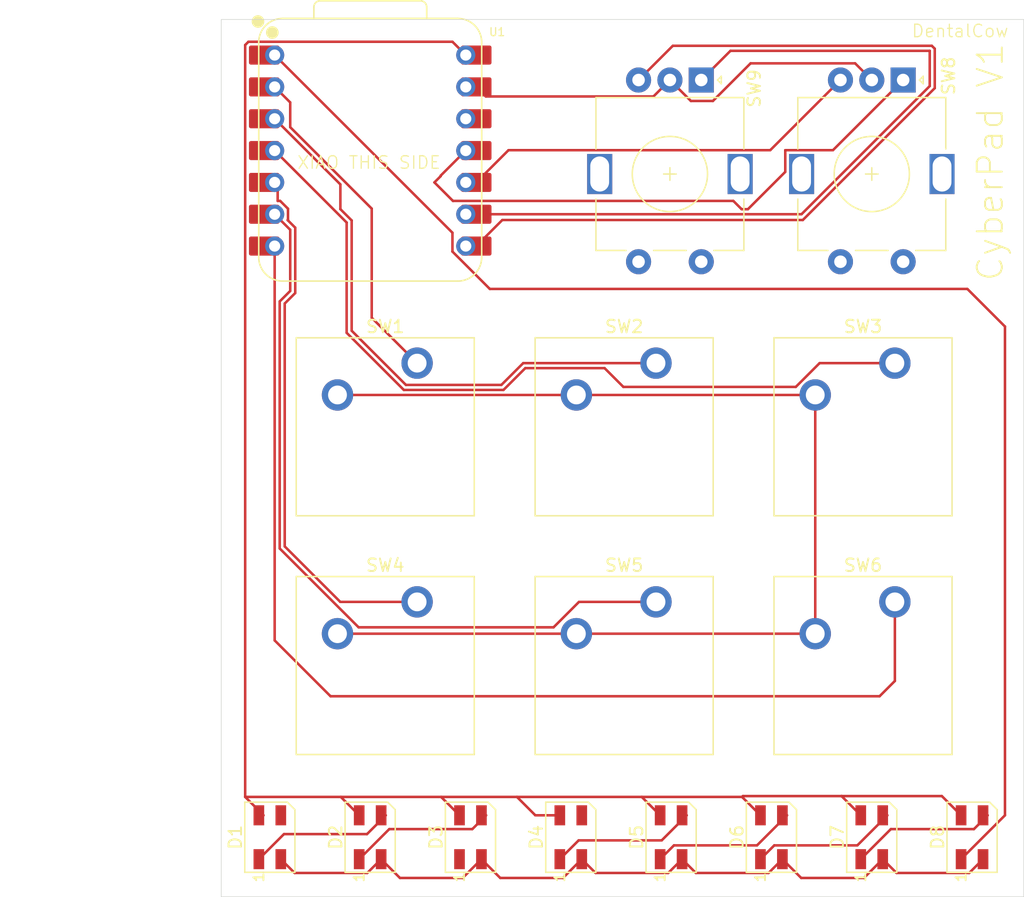
<source format=kicad_pcb>
(kicad_pcb (version 20241229) (generator "pcbnew") (generator_version "9.0")
  (layers (0 "F.Cu" signal) (2 "B.Cu" signal) (13 "F.Paste" user) (15 "B.Paste" user) (5 "F.SilkS" user "F.Silkscreen") (7 "B.SilkS" user "B.Silkscreen") (1 "F.Mask" user) (3 "B.Mask" user) (25 "Edge.Cuts" user))
  (net 0 "")
  (net 1 "+5V")
  (net 2 "GND")
  (net 3 "Net-(D1-DOUT)")
  (net 5 "Net-(D2-DOUT)")
  (net 6 "Net-(D3-DOUT)")
  (net 7 "Net-(D4-DOUT)")
  (net 8 "Net-(D5-DOUT)")
  (net 9 "Net-(D6-DOUT)")
  (net 10 "Net-(D7-DOUT)")
  (net 11 "Net-(D8-DOUT)")
  (net 12 "Net-(U1-GPIO27{slash}ADC1{slash}A1)")
  (net 13 "Net-(U1-GPIO28{slash}ADC2{slash}A2)")
  (net 14 "Net-(U1-GPIO29{slash}ADC3{slash}A3)")
  (net 15 "Net-(U1-GPIO6{slash}SDA)")
  (net 16 "Net-(U1-GPIO7{slash}SCL)")
  (net 17 "Net-(U1-GPIO0{slash}TX)")
  (net 18 "Net-(U1-GPIO3{slash}MOSI)")
  (net 19 "Net-(U1-GPIO4{slash}MISO)")
  (net 20 "Net-(U1-GPIO2{slash}SCK)")
  (net 21 "Net-(U1-GPIO1{slash}RX)")
  (footprint "PCM_Switch_Keyboard_Cherry_MX:SW_Cherry_MX_PCB_1.00u" (layer "F.Cu") (at 155.18 150.05)
    (property "Reference" "SW6" (at 0 -8 0) (layer "F.SilkS"))
    (property "Value" "SW_Push")
    (fp_line (start -7.1 -7.1) (end -7.1 7.1) (stroke (width 0.12)) (layer "F.SilkS"))
    (fp_line (start -7.1 7.1) (end 7.1 7.1) (stroke (width 0.12)) (layer "F.SilkS"))
    (fp_line (start 7.1 -7.1) (end -7.1 -7.1) (stroke (width 0.12)) (layer "F.SilkS"))
    (fp_line (start 7.1 7.1) (end 7.1 -7.1) (stroke (width 0.12)) (layer "F.SilkS"))
    (pad "" np_thru_hole circle (at -5.08 0) (size 1.75 1.75) (drill 1.75) (layers "*.Cu" "*.Mask"))
    (pad "" np_thru_hole circle (at 0 0) (size 4 4) (drill 4) (layers "*.Cu" "*.Mask"))
    (pad "" np_thru_hole circle (at 5.08 0) (size 1.75 1.75) (drill 1.75) (layers "*.Cu" "*.Mask"))
    (pad "1" thru_hole circle (at -3.81 -2.54) (size 2.5 2.5) (drill 1.5) (layers "*.Cu" "*.Mask") (net 2 "GND"))
    (pad "2" thru_hole circle (at 2.54 -5.08) (size 2.5 2.5) (drill 1.5) (layers "*.Cu" "*.Mask") (net 17 "Net-(U1-GPIO0{slash}TX)"))
  )
  (footprint "PCM_Switch_Keyboard_Cherry_MX:SW_Cherry_MX_PCB_1.00u" (layer "F.Cu") (at 136.13 131)
    (property "Reference" "SW2" (at 0 -8 0) (layer "F.SilkS"))
    (property "Value" "SW_Push")
    (fp_line (start -7.1 -7.1) (end -7.1 7.1) (stroke (width 0.12)) (layer "F.SilkS"))
    (fp_line (start -7.1 7.1) (end 7.1 7.1) (stroke (width 0.12)) (layer "F.SilkS"))
    (fp_line (start 7.1 -7.1) (end -7.1 -7.1) (stroke (width 0.12)) (layer "F.SilkS"))
    (fp_line (start 7.1 7.1) (end 7.1 -7.1) (stroke (width 0.12)) (layer "F.SilkS"))
    (pad "" np_thru_hole circle (at -5.08 0) (size 1.75 1.75) (drill 1.75) (layers "*.Cu" "*.Mask"))
    (pad "" np_thru_hole circle (at 0 0) (size 4 4) (drill 4) (layers "*.Cu" "*.Mask"))
    (pad "" np_thru_hole circle (at 5.08 0) (size 1.75 1.75) (drill 1.75) (layers "*.Cu" "*.Mask"))
    (pad "1" thru_hole circle (at -3.81 -2.54) (size 2.5 2.5) (drill 1.5) (layers "*.Cu" "*.Mask") (net 2 "GND"))
    (pad "2" thru_hole circle (at 2.54 -5.08) (size 2.5 2.5) (drill 1.5) (layers "*.Cu" "*.Mask") (net 13 "Net-(U1-GPIO28{slash}ADC2{slash}A2)"))
  )
  (footprint "LED_SMD:LED_SK6812MINI_PLCC4_3.5x3.5mm_P1.75mm" (layer "F.Cu") (at 131.875 163.75 90)
    (property "Reference" "D4" (at 0 -2.75 90) (layer "F.SilkS"))
    (property "Value" "SK6812MINI")
    (fp_line (start -2.8 -2) (end 2.8 -2) (stroke (width 0.12)) (layer "F.SilkS"))
    (fp_line (start -2.8 -2) (end -2.8 2) (stroke (width 0.12)) (layer "F.SilkS"))
    (fp_line (start 2.8 1.4) (end 2.8 -2) (stroke (width 0.12)) (layer "F.SilkS"))
    (fp_line (start 2.8 1.4) (end 2.2 2) (stroke (width 0.12)) (layer "F.SilkS"))
    (fp_line (start -2.8 2) (end 2.2 2) (stroke (width 0.12)) (layer "F.SilkS"))
    (fp_text user "1" (at -3.2 -0.875 90) (layer "F.SilkS") (effects (font (size 0.8 0.8))))
    (pad "1" smd rect (at -1.75 -0.875 90) (size 1.6 0.85) (layers "F.Cu" "F.Mask" "F.Paste") (net 7 "Net-(D4-DOUT)"))
    (pad "2" smd rect (at -1.75 0.875 90) (size 1.6 0.85) (layers "F.Cu" "F.Mask" "F.Paste") (net 2 "GND"))
    (pad "3" smd rect (at 1.75 0.875 90) (size 1.6 0.85) (layers "F.Cu" "F.Mask" "F.Paste") (net 6 "Net-(D3-DOUT)"))
    (pad "4" smd rect (at 1.75 -0.875 90) (size 1.6 0.85) (layers "F.Cu" "F.Mask" "F.Paste") (net 1 "+5V"))
  )
  (footprint "LED_SMD:LED_SK6812MINI_PLCC4_3.5x3.5mm_P1.75mm" (layer "F.Cu") (at 123.875 163.75 90)
    (property "Reference" "D3" (at 0 -2.75 90) (layer "F.SilkS"))
    (property "Value" "SK6812MINI")
    (fp_line (start -2.8 -2) (end 2.8 -2) (stroke (width 0.12)) (layer "F.SilkS"))
    (fp_line (start -2.8 -2) (end -2.8 2) (stroke (width 0.12)) (layer "F.SilkS"))
    (fp_line (start 2.8 1.4) (end 2.8 -2) (stroke (width 0.12)) (layer "F.SilkS"))
    (fp_line (start 2.8 1.4) (end 2.2 2) (stroke (width 0.12)) (layer "F.SilkS"))
    (fp_line (start -2.8 2) (end 2.2 2) (stroke (width 0.12)) (layer "F.SilkS"))
    (fp_text user "1" (at -3.2 -0.875 90) (layer "F.SilkS") (effects (font (size 0.8 0.8))))
    (pad "1" smd rect (at -1.75 -0.875 90) (size 1.6 0.85) (layers "F.Cu" "F.Mask" "F.Paste") (net 6 "Net-(D3-DOUT)"))
    (pad "2" smd rect (at -1.75 0.875 90) (size 1.6 0.85) (layers "F.Cu" "F.Mask" "F.Paste") (net 2 "GND"))
    (pad "3" smd rect (at 1.75 0.875 90) (size 1.6 0.85) (layers "F.Cu" "F.Mask" "F.Paste") (net 5 "Net-(D2-DOUT)"))
    (pad "4" smd rect (at 1.75 -0.875 90) (size 1.6 0.85) (layers "F.Cu" "F.Mask" "F.Paste") (net 1 "+5V"))
  )
  (footprint "LED_SMD:LED_SK6812MINI_PLCC4_3.5x3.5mm_P1.75mm" (layer "F.Cu") (at 115.875 163.75 90)
    (property "Reference" "D2" (at 0 -2.75 90) (layer "F.SilkS"))
    (property "Value" "SK6812MINI")
    (fp_line (start -2.8 -2) (end 2.8 -2) (stroke (width 0.12)) (layer "F.SilkS"))
    (fp_line (start -2.8 -2) (end -2.8 2) (stroke (width 0.12)) (layer "F.SilkS"))
    (fp_line (start 2.8 1.4) (end 2.8 -2) (stroke (width 0.12)) (layer "F.SilkS"))
    (fp_line (start 2.8 1.4) (end 2.2 2) (stroke (width 0.12)) (layer "F.SilkS"))
    (fp_line (start -2.8 2) (end 2.2 2) (stroke (width 0.12)) (layer "F.SilkS"))
    (fp_text user "1" (at -3.2 -0.875 90) (layer "F.SilkS") (effects (font (size 0.8 0.8))))
    (pad "1" smd rect (at -1.75 -0.875 90) (size 1.6 0.85) (layers "F.Cu" "F.Mask" "F.Paste") (net 5 "Net-(D2-DOUT)"))
    (pad "2" smd rect (at -1.75 0.875 90) (size 1.6 0.85) (layers "F.Cu" "F.Mask" "F.Paste") (net 2 "GND"))
    (pad "3" smd rect (at 1.75 0.875 90) (size 1.6 0.85) (layers "F.Cu" "F.Mask" "F.Paste") (net 3 "Net-(D1-DOUT)"))
    (pad "4" smd rect (at 1.75 -0.875 90) (size 1.6 0.85) (layers "F.Cu" "F.Mask" "F.Paste") (net 1 "+5V"))
  )
  (footprint "Rotary_Encoder:RotaryEncoder_Alps_EC11E-Switch_Vertical_H20mm" (layer "F.Cu") (at 142.28 103.33 -90)
    (property "Reference" "SW9" (at 0.67 -4.22 90) (layer "F.SilkS"))
    (property "Value" "RotaryEncoder")
    (fp_line (start 5.5 8.4) (end 1.4 8.4) (stroke (width 0.12)) (layer "F.SilkS"))
    (fp_line (start 13.6 8.4) (end 9.5 8.4) (stroke (width 0.12)) (layer "F.SilkS"))
    (fp_line (start 13.6 6) (end 13.6 8.4) (stroke (width 0.12)) (layer "F.SilkS"))
    (fp_line (start 7 2.5) (end 8 2.5) (stroke (width 0.12)) (layer "F.SilkS"))
    (fp_line (start 7.5 2) (end 7.5 3) (stroke (width 0.12)) (layer "F.SilkS"))
    (fp_line (start 13.6 1.2) (end 13.6 3.8) (stroke (width 0.12)) (layer "F.SilkS"))
    (fp_line (start 0 -1.3) (end -0.3 -1.6) (stroke (width 0.12)) (layer "F.SilkS"))
    (fp_line (start -0.3 -1.6) (end 0.3 -1.6) (stroke (width 0.12)) (layer "F.SilkS"))
    (fp_line (start 0.3 -1.6) (end 0 -1.3) (stroke (width 0.12)) (layer "F.SilkS"))
    (fp_line (start 1.4 -3.4) (end 1.4 8.4) (stroke (width 0.12)) (layer "F.SilkS"))
    (fp_line (start 5.5 -3.4) (end 1.4 -3.4) (stroke (width 0.12)) (layer "F.SilkS"))
    (fp_line (start 9.5 -3.4) (end 13.6 -3.4) (stroke (width 0.12)) (layer "F.SilkS"))
    (fp_line (start 13.6 -3.4) (end 13.6 -1) (stroke (width 0.12)) (layer "F.SilkS"))
    (fp_circle (center 7.5 2.5) (end 10.5 2.5) (stroke (width 0.12)) (fill no) (layer "F.SilkS"))
    (pad "A" thru_hole rect (at 0 0 270) (size 2 2) (drill 1) (layers "*.Cu" "*.Mask") (net 20 "Net-(U1-GPIO2{slash}SCK)"))
    (pad "B" thru_hole circle (at 0 5 270) (size 2 2) (drill 1) (layers "*.Cu" "*.Mask") (net 21 "Net-(U1-GPIO1{slash}RX)"))
    (pad "C" thru_hole circle (at 0 2.5 270) (size 2 2) (drill 1) (layers "*.Cu" "*.Mask") (net 2 "GND"))
    (pad "MP" thru_hole rect (at 7.5 -3.1 270) (size 3.2 2) (drill oval 2.8 1.5) (layers "*.Cu" "*.Mask"))
    (pad "MP" thru_hole rect (at 7.5 8.1 270) (size 3.2 2) (drill oval 2.8 1.5) (layers "*.Cu" "*.Mask"))
    (pad "S1" thru_hole circle (at 14.5 5 270) (size 2 2) (drill 1) (layers "*.Cu" "*.Mask"))
    (pad "S2" thru_hole circle (at 14.5 0 270) (size 2 2) (drill 1) (layers "*.Cu" "*.Mask"))
  )
  (footprint "LED_SMD:LED_SK6812MINI_PLCC4_3.5x3.5mm_P1.75mm" (layer "F.Cu") (at 147.875 163.75 90)
    (property "Reference" "D6" (at 0 -2.75 90) (layer "F.SilkS"))
    (property "Value" "SK6812MINI")
    (fp_line (start -2.8 -2) (end 2.8 -2) (stroke (width 0.12)) (layer "F.SilkS"))
    (fp_line (start -2.8 -2) (end -2.8 2) (stroke (width 0.12)) (layer "F.SilkS"))
    (fp_line (start 2.8 1.4) (end 2.8 -2) (stroke (width 0.12)) (layer "F.SilkS"))
    (fp_line (start 2.8 1.4) (end 2.2 2) (stroke (width 0.12)) (layer "F.SilkS"))
    (fp_line (start -2.8 2) (end 2.2 2) (stroke (width 0.12)) (layer "F.SilkS"))
    (fp_text user "1" (at -3.2 -0.875 90) (layer "F.SilkS") (effects (font (size 0.8 0.8))))
    (pad "1" smd rect (at -1.75 -0.875 90) (size 1.6 0.85) (layers "F.Cu" "F.Mask" "F.Paste") (net 9 "Net-(D6-DOUT)"))
    (pad "2" smd rect (at -1.75 0.875 90) (size 1.6 0.85) (layers "F.Cu" "F.Mask" "F.Paste") (net 2 "GND"))
    (pad "3" smd rect (at 1.75 0.875 90) (size 1.6 0.85) (layers "F.Cu" "F.Mask" "F.Paste") (net 8 "Net-(D5-DOUT)"))
    (pad "4" smd rect (at 1.75 -0.875 90) (size 1.6 0.85) (layers "F.Cu" "F.Mask" "F.Paste") (net 1 "+5V"))
  )
  (footprint "LED_SMD:LED_SK6812MINI_PLCC4_3.5x3.5mm_P1.75mm" (layer "F.Cu") (at 107.875 163.75 90)
    (property "Reference" "D1" (at 0 -2.75 90) (layer "F.SilkS"))
    (property "Value" "SK6812MINI")
    (fp_line (start -2.8 -2) (end 2.8 -2) (stroke (width 0.12)) (layer "F.SilkS"))
    (fp_line (start -2.8 -2) (end -2.8 2) (stroke (width 0.12)) (layer "F.SilkS"))
    (fp_line (start 2.8 1.4) (end 2.8 -2) (stroke (width 0.12)) (layer "F.SilkS"))
    (fp_line (start 2.8 1.4) (end 2.2 2) (stroke (width 0.12)) (layer "F.SilkS"))
    (fp_line (start -2.8 2) (end 2.2 2) (stroke (width 0.12)) (layer "F.SilkS"))
    (fp_text user "1" (at -3.2 -0.875 90) (layer "F.SilkS") (effects (font (size 0.8 0.8))))
    (pad "1" smd rect (at -1.75 -0.875 90) (size 1.6 0.85) (layers "F.Cu" "F.Mask" "F.Paste") (net 3 "Net-(D1-DOUT)"))
    (pad "2" smd rect (at -1.75 0.875 90) (size 1.6 0.85) (layers "F.Cu" "F.Mask" "F.Paste") (net 2 "GND"))
    (pad "3" smd rect (at 1.75 0.875 90) (size 1.6 0.85) (layers "F.Cu" "F.Mask" "F.Paste"))
    (pad "4" smd rect (at 1.75 -0.875 90) (size 1.6 0.85) (layers "F.Cu" "F.Mask" "F.Paste") (net 1 "+5V"))
  )
  (footprint "Seeed Studio XIAO Series Library:XIAO-RP2040-DIP" (layer "F.Cu") (at 115.88 108.96)
    (property "Reference" "U1" (at 10.12 -9.46 0) (layer "F.SilkS") (effects (font (size 0.635 0.635) (thickness 0.1016))))
    (property "Value" "XIAO-RP2040-DIP")
    (fp_line (start -8.89 8.509) (end -8.89 -8.636) (stroke (width 0.127)) (layer "F.SilkS"))
    (fp_line (start -6.985 10.414) (end 6.985 10.414) (stroke (width 0.127)) (layer "F.SilkS"))
    (fp_line (start -4.495 -10.541) (end -4.491272 -11.451272) (stroke (width 0.127)) (layer "F.SilkS"))
    (fp_line (start -3.991272 -11.951) (end 4.004 -11.951) (stroke (width 0.127)) (layer "F.SilkS"))
    (fp_line (start 4.504 -11.451) (end 4.504 -10.541) (stroke (width 0.127)) (layer "F.SilkS"))
    (fp_line (start 6.985 -10.541) (end -6.985 -10.541) (stroke (width 0.1)) (layer "F.SilkS"))
    (fp_line (start 6.985 -10.541) (end -6.985 -10.541) (stroke (width 0.127)) (layer "F.SilkS"))
    (fp_line (start 8.89 8.509) (end 8.89 -8.636) (stroke (width 0.127)) (layer "F.SilkS"))
    (fp_arc (start -8.89 -8.636) (mid -8.332038 -9.983038) (end -6.985 -10.541) (stroke (width 0.127)) (layer "F.SilkS"))
    (fp_arc (start -6.985 10.414) (mid -8.332038 9.856038) (end -8.89 8.509) (stroke (width 0.127)) (layer "F.SilkS"))
    (fp_arc (start -4.491272 -11.451272) (mid -4.344728 -11.80464) (end -3.991272 -11.951) (stroke (width 0.127)) (layer "F.SilkS"))
    (fp_arc (start 4.004 -11.951) (mid 4.357553 -11.804553) (end 4.504 -11.451) (stroke (width 0.127)) (layer "F.SilkS"))
    (fp_arc (start 6.985 -10.541) (mid 8.332038 -9.983038) (end 8.89 -8.636) (stroke (width 0.127)) (layer "F.SilkS"))
    (fp_arc (start 8.89 8.509) (mid 8.332038 9.856038) (end 6.985 10.414) (stroke (width 0.127)) (layer "F.SilkS"))
    (fp_circle (center -8.95 -10.3) (end -8.95 -10.554) (stroke (width 0.5)) (fill yes) (layer "F.SilkS"))
    (fp_circle (center -7.807 -9.42) (end -7.807 -9.674) (stroke (width 0.5)) (fill yes) (layer "F.SilkS"))
    (pad "1" smd roundrect (at -8.455 -7.62 180) (size 2.432 1.524) (layers "F.Cu" "F.Mask") (roundrect_rratio 0.1) (net 11 "Net-(D8-DOUT)"))
    (pad "1" thru_hole circle (at -7.62 -7.62 180) (size 1.524 1.524) (drill 0.889) (layers "*.Cu" "*.Mask") (net 11 "Net-(D8-DOUT)"))
    (pad "2" smd roundrect (at -8.455 -5.08 180) (size 2.432 1.524) (layers "F.Cu" "F.Mask") (roundrect_rratio 0.1) (net 12 "Net-(U1-GPIO27{slash}ADC1{slash}A1)"))
    (pad "2" thru_hole circle (at -7.62 -5.08 180) (size 1.524 1.524) (drill 0.889) (layers "*.Cu" "*.Mask") (net 12 "Net-(U1-GPIO27{slash}ADC1{slash}A1)"))
    (pad "3" smd roundrect (at -8.455 -2.54 180) (size 2.432 1.524) (layers "F.Cu" "F.Mask") (roundrect_rratio 0.1) (net 13 "Net-(U1-GPIO28{slash}ADC2{slash}A2)"))
    (pad "3" thru_hole circle (at -7.62 -2.54 180) (size 1.524 1.524) (drill 0.889) (layers "*.Cu" "*.Mask") (net 13 "Net-(U1-GPIO28{slash}ADC2{slash}A2)"))
    (pad "4" smd roundrect (at -8.455 0 180) (size 2.432 1.524) (layers "F.Cu" "F.Mask") (roundrect_rratio 0.1) (net 14 "Net-(U1-GPIO29{slash}ADC3{slash}A3)"))
    (pad "4" thru_hole circle (at -7.62 0 180) (size 1.524 1.524) (drill 0.889) (layers "*.Cu" "*.Mask") (net 14 "Net-(U1-GPIO29{slash}ADC3{slash}A3)"))
    (pad "5" smd roundrect (at -8.455 2.54 180) (size 2.432 1.524) (layers "F.Cu" "F.Mask") (roundrect_rratio 0.1) (net 15 "Net-(U1-GPIO6{slash}SDA)"))
    (pad "5" thru_hole circle (at -7.62 2.54 180) (size 1.524 1.524) (drill 0.889) (layers "*.Cu" "*.Mask") (net 15 "Net-(U1-GPIO6{slash}SDA)"))
    (pad "6" smd roundrect (at -8.455 5.08 180) (size 2.432 1.524) (layers "F.Cu" "F.Mask") (roundrect_rratio 0.1) (net 16 "Net-(U1-GPIO7{slash}SCL)"))
    (pad "6" thru_hole circle (at -7.62 5.08 180) (size 1.524 1.524) (drill 0.889) (layers "*.Cu" "*.Mask") (net 16 "Net-(U1-GPIO7{slash}SCL)"))
    (pad "7" smd roundrect (at -8.455 7.62 180) (size 2.432 1.524) (layers "F.Cu" "F.Mask") (roundrect_rratio 0.1) (net 17 "Net-(U1-GPIO0{slash}TX)"))
    (pad "7" thru_hole circle (at -7.62 7.62 180) (size 1.524 1.524) (drill 0.889) (layers "*.Cu" "*.Mask") (net 17 "Net-(U1-GPIO0{slash}TX)"))
    (pad "8" thru_hole circle (at 7.62 7.62) (size 1.524 1.524) (drill 0.889) (layers "*.Cu" "*.Mask") (net 21 "Net-(U1-GPIO1{slash}RX)"))
    (pad "8" smd roundrect (at 8.455 7.62) (size 2.432 1.524) (layers "F.Cu" "F.Mask") (roundrect_rratio 0.1) (net 21 "Net-(U1-GPIO1{slash}RX)"))
    (pad "9" thru_hole circle (at 7.62 5.08) (size 1.524 1.524) (drill 0.889) (layers "*.Cu" "*.Mask") (net 20 "Net-(U1-GPIO2{slash}SCK)"))
    (pad "9" smd roundrect (at 8.455 5.08) (size 2.432 1.524) (layers "F.Cu" "F.Mask") (roundrect_rratio 0.1) (net 20 "Net-(U1-GPIO2{slash}SCK)"))
    (pad "10" thru_hole circle (at 7.62 2.54) (size 1.524 1.524) (drill 0.889) (layers "*.Cu" "*.Mask") (net 19 "Net-(U1-GPIO4{slash}MISO)"))
    (pad "10" smd roundrect (at 8.455 2.54) (size 2.432 1.524) (layers "F.Cu" "F.Mask") (roundrect_rratio 0.1) (net 19 "Net-(U1-GPIO4{slash}MISO)"))
    (pad "11" thru_hole circle (at 7.62 0) (size 1.524 1.524) (drill 0.889) (layers "*.Cu" "*.Mask") (net 18 "Net-(U1-GPIO3{slash}MOSI)"))
    (pad "11" smd roundrect (at 8.455 0) (size 2.432 1.524) (layers "F.Cu" "F.Mask") (roundrect_rratio 0.1) (net 18 "Net-(U1-GPIO3{slash}MOSI)"))
    (pad "12" thru_hole circle (at 7.62 -2.54) (size 1.524 1.524) (drill 0.889) (layers "*.Cu" "*.Mask"))
    (pad "12" smd roundrect (at 8.455 -2.54) (size 2.432 1.524) (layers "F.Cu" "F.Mask") (roundrect_rratio 0.1))
    (pad "13" thru_hole circle (at 7.62 -5.08) (size 1.524 1.524) (drill 0.889) (layers "*.Cu" "*.Mask") (net 2 "GND"))
    (pad "13" smd roundrect (at 8.455 -5.08) (size 2.432 1.524) (layers "F.Cu" "F.Mask") (roundrect_rratio 0.1) (net 2 "GND"))
    (pad "14" thru_hole circle (at 7.62 -7.62) (size 1.524 1.524) (drill 0.889) (layers "*.Cu" "*.Mask") (net 1 "+5V"))
    (pad "14" smd roundrect (at 8.455 -7.62) (size 2.432 1.524) (layers "F.Cu" "F.Mask") (roundrect_rratio 0.1) (net 1 "+5V"))
  )
  (footprint "LED_SMD:LED_SK6812MINI_PLCC4_3.5x3.5mm_P1.75mm" (layer "F.Cu") (at 163.875 163.75 90)
    (property "Reference" "D8" (at 0 -2.75 90) (layer "F.SilkS"))
    (property "Value" "SK6812MINI")
    (fp_line (start -2.8 -2) (end 2.8 -2) (stroke (width 0.12)) (layer "F.SilkS"))
    (fp_line (start -2.8 -2) (end -2.8 2) (stroke (width 0.12)) (layer "F.SilkS"))
    (fp_line (start 2.8 1.4) (end 2.8 -2) (stroke (width 0.12)) (layer "F.SilkS"))
    (fp_line (start 2.8 1.4) (end 2.2 2) (stroke (width 0.12)) (layer "F.SilkS"))
    (fp_line (start -2.8 2) (end 2.2 2) (stroke (width 0.12)) (layer "F.SilkS"))
    (fp_text user "1" (at -3.2 -0.875 90) (layer "F.SilkS") (effects (font (size 0.8 0.8))))
    (pad "1" smd rect (at -1.75 -0.875 90) (size 1.6 0.85) (layers "F.Cu" "F.Mask" "F.Paste") (net 11 "Net-(D8-DOUT)"))
    (pad "2" smd rect (at -1.75 0.875 90) (size 1.6 0.85) (layers "F.Cu" "F.Mask" "F.Paste") (net 2 "GND"))
    (pad "3" smd rect (at 1.75 0.875 90) (size 1.6 0.85) (layers "F.Cu" "F.Mask" "F.Paste") (net 10 "Net-(D7-DOUT)"))
    (pad "4" smd rect (at 1.75 -0.875 90) (size 1.6 0.85) (layers "F.Cu" "F.Mask" "F.Paste") (net 1 "+5V"))
  )
  (footprint "PCM_Switch_Keyboard_Cherry_MX:SW_Cherry_MX_PCB_1.00u" (layer "F.Cu") (at 155.18 131)
    (property "Reference" "SW3" (at 0 -8 0) (layer "F.SilkS"))
    (property "Value" "SW_Push")
    (fp_line (start -7.1 -7.1) (end -7.1 7.1) (stroke (width 0.12)) (layer "F.SilkS"))
    (fp_line (start -7.1 7.1) (end 7.1 7.1) (stroke (width 0.12)) (layer "F.SilkS"))
    (fp_line (start 7.1 -7.1) (end -7.1 -7.1) (stroke (width 0.12)) (layer "F.SilkS"))
    (fp_line (start 7.1 7.1) (end 7.1 -7.1) (stroke (width 0.12)) (layer "F.SilkS"))
    (pad "" np_thru_hole circle (at -5.08 0) (size 1.75 1.75) (drill 1.75) (layers "*.Cu" "*.Mask"))
    (pad "" np_thru_hole circle (at 0 0) (size 4 4) (drill 4) (layers "*.Cu" "*.Mask"))
    (pad "" np_thru_hole circle (at 5.08 0) (size 1.75 1.75) (drill 1.75) (layers "*.Cu" "*.Mask"))
    (pad "1" thru_hole circle (at -3.81 -2.54) (size 2.5 2.5) (drill 1.5) (layers "*.Cu" "*.Mask") (net 2 "GND"))
    (pad "2" thru_hole circle (at 2.54 -5.08) (size 2.5 2.5) (drill 1.5) (layers "*.Cu" "*.Mask") (net 14 "Net-(U1-GPIO29{slash}ADC3{slash}A3)"))
  )
  (footprint "LED_SMD:LED_SK6812MINI_PLCC4_3.5x3.5mm_P1.75mm" (layer "F.Cu") (at 155.875 163.75 90)
    (property "Reference" "D7" (at 0 -2.75 90) (layer "F.SilkS"))
    (property "Value" "SK6812MINI")
    (fp_line (start -2.8 -2) (end 2.8 -2) (stroke (width 0.12)) (layer "F.SilkS"))
    (fp_line (start -2.8 -2) (end -2.8 2) (stroke (width 0.12)) (layer "F.SilkS"))
    (fp_line (start 2.8 1.4) (end 2.8 -2) (stroke (width 0.12)) (layer "F.SilkS"))
    (fp_line (start 2.8 1.4) (end 2.2 2) (stroke (width 0.12)) (layer "F.SilkS"))
    (fp_line (start -2.8 2) (end 2.2 2) (stroke (width 0.12)) (layer "F.SilkS"))
    (fp_text user "1" (at -3.2 -0.875 90) (layer "F.SilkS") (effects (font (size 0.8 0.8))))
    (pad "1" smd rect (at -1.75 -0.875 90) (size 1.6 0.85) (layers "F.Cu" "F.Mask" "F.Paste") (net 10 "Net-(D7-DOUT)"))
    (pad "2" smd rect (at -1.75 0.875 90) (size 1.6 0.85) (layers "F.Cu" "F.Mask" "F.Paste") (net 2 "GND"))
    (pad "3" smd rect (at 1.75 0.875 90) (size 1.6 0.85) (layers "F.Cu" "F.Mask" "F.Paste") (net 9 "Net-(D6-DOUT)"))
    (pad "4" smd rect (at 1.75 -0.875 90) (size 1.6 0.85) (layers "F.Cu" "F.Mask" "F.Paste") (net 1 "+5V"))
  )
  (footprint "PCM_Switch_Keyboard_Cherry_MX:SW_Cherry_MX_PCB_1.00u" (layer "F.Cu") (at 117.08 150.05)
    (property "Reference" "SW4" (at 0 -8 0) (layer "F.SilkS"))
    (property "Value" "SW_Push")
    (fp_line (start -7.1 -7.1) (end -7.1 7.1) (stroke (width 0.12)) (layer "F.SilkS"))
    (fp_line (start -7.1 7.1) (end 7.1 7.1) (stroke (width 0.12)) (layer "F.SilkS"))
    (fp_line (start 7.1 -7.1) (end -7.1 -7.1) (stroke (width 0.12)) (layer "F.SilkS"))
    (fp_line (start 7.1 7.1) (end 7.1 -7.1) (stroke (width 0.12)) (layer "F.SilkS"))
    (pad "" np_thru_hole circle (at -5.08 0) (size 1.75 1.75) (drill 1.75) (layers "*.Cu" "*.Mask"))
    (pad "" np_thru_hole circle (at 0 0) (size 4 4) (drill 4) (layers "*.Cu" "*.Mask"))
    (pad "" np_thru_hole circle (at 5.08 0) (size 1.75 1.75) (drill 1.75) (layers "*.Cu" "*.Mask"))
    (pad "1" thru_hole circle (at -3.81 -2.54) (size 2.5 2.5) (drill 1.5) (layers "*.Cu" "*.Mask") (net 2 "GND"))
    (pad "2" thru_hole circle (at 2.54 -5.08) (size 2.5 2.5) (drill 1.5) (layers "*.Cu" "*.Mask") (net 15 "Net-(U1-GPIO6{slash}SDA)"))
  )
  (footprint "Rotary_Encoder:RotaryEncoder_Alps_EC11E-Switch_Vertical_H20mm" (layer "F.Cu") (at 158.38 103.33 -90)
    (property "Reference" "SW8" (at -0.33 -3.62 90) (layer "F.SilkS"))
    (property "Value" "RotaryEncoder")
    (fp_line (start 5.5 8.4) (end 1.4 8.4) (stroke (width 0.12)) (layer "F.SilkS"))
    (fp_line (start 13.6 8.4) (end 9.5 8.4) (stroke (width 0.12)) (layer "F.SilkS"))
    (fp_line (start 13.6 6) (end 13.6 8.4) (stroke (width 0.12)) (layer "F.SilkS"))
    (fp_line (start 7 2.5) (end 8 2.5) (stroke (width 0.12)) (layer "F.SilkS"))
    (fp_line (start 7.5 2) (end 7.5 3) (stroke (width 0.12)) (layer "F.SilkS"))
    (fp_line (start 13.6 1.2) (end 13.6 3.8) (stroke (width 0.12)) (layer "F.SilkS"))
    (fp_line (start 0 -1.3) (end -0.3 -1.6) (stroke (width 0.12)) (layer "F.SilkS"))
    (fp_line (start -0.3 -1.6) (end 0.3 -1.6) (stroke (width 0.12)) (layer "F.SilkS"))
    (fp_line (start 0.3 -1.6) (end 0 -1.3) (stroke (width 0.12)) (layer "F.SilkS"))
    (fp_line (start 1.4 -3.4) (end 1.4 8.4) (stroke (width 0.12)) (layer "F.SilkS"))
    (fp_line (start 5.5 -3.4) (end 1.4 -3.4) (stroke (width 0.12)) (layer "F.SilkS"))
    (fp_line (start 9.5 -3.4) (end 13.6 -3.4) (stroke (width 0.12)) (layer "F.SilkS"))
    (fp_line (start 13.6 -3.4) (end 13.6 -1) (stroke (width 0.12)) (layer "F.SilkS"))
    (fp_circle (center 7.5 2.5) (end 10.5 2.5) (stroke (width 0.12)) (fill no) (layer "F.SilkS"))
    (pad "A" thru_hole rect (at 0 0 270) (size 2 2) (drill 1) (layers "*.Cu" "*.Mask") (net 18 "Net-(U1-GPIO3{slash}MOSI)"))
    (pad "B" thru_hole circle (at 0 5 270) (size 2 2) (drill 1) (layers "*.Cu" "*.Mask") (net 19 "Net-(U1-GPIO4{slash}MISO)"))
    (pad "C" thru_hole circle (at 0 2.5 270) (size 2 2) (drill 1) (layers "*.Cu" "*.Mask") (net 2 "GND"))
    (pad "MP" thru_hole rect (at 7.5 -3.1 270) (size 3.2 2) (drill oval 2.8 1.5) (layers "*.Cu" "*.Mask"))
    (pad "MP" thru_hole rect (at 7.5 8.1 270) (size 3.2 2) (drill oval 2.8 1.5) (layers "*.Cu" "*.Mask"))
    (pad "S1" thru_hole circle (at 14.5 5 270) (size 2 2) (drill 1) (layers "*.Cu" "*.Mask"))
    (pad "S2" thru_hole circle (at 14.5 0 270) (size 2 2) (drill 1) (layers "*.Cu" "*.Mask"))
  )
  (footprint "PCM_Switch_Keyboard_Cherry_MX:SW_Cherry_MX_PCB_1.00u" (layer "F.Cu") (at 136.13 150.05)
    (property "Reference" "SW5" (at 0 -8 0) (layer "F.SilkS"))
    (property "Value" "SW_Push")
    (fp_line (start -7.1 -7.1) (end -7.1 7.1) (stroke (width 0.12)) (layer "F.SilkS"))
    (fp_line (start -7.1 7.1) (end 7.1 7.1) (stroke (width 0.12)) (layer "F.SilkS"))
    (fp_line (start 7.1 -7.1) (end -7.1 -7.1) (stroke (width 0.12)) (layer "F.SilkS"))
    (fp_line (start 7.1 7.1) (end 7.1 -7.1) (stroke (width 0.12)) (layer "F.SilkS"))
    (pad "" np_thru_hole circle (at -5.08 0) (size 1.75 1.75) (drill 1.75) (layers "*.Cu" "*.Mask"))
    (pad "" np_thru_hole circle (at 0 0) (size 4 4) (drill 4) (layers "*.Cu" "*.Mask"))
    (pad "" np_thru_hole circle (at 5.08 0) (size 1.75 1.75) (drill 1.75) (layers "*.Cu" "*.Mask"))
    (pad "1" thru_hole circle (at -3.81 -2.54) (size 2.5 2.5) (drill 1.5) (layers "*.Cu" "*.Mask") (net 2 "GND"))
    (pad "2" thru_hole circle (at 2.54 -5.08) (size 2.5 2.5) (drill 1.5) (layers "*.Cu" "*.Mask") (net 16 "Net-(U1-GPIO7{slash}SCL)"))
  )
  (footprint "PCM_Switch_Keyboard_Cherry_MX:SW_Cherry_MX_PCB_1.00u" (layer "F.Cu") (at 117.08 131)
    (property "Reference" "SW1" (at 0 -8 0) (layer "F.SilkS"))
    (property "Value" "SW_Push")
    (fp_line (start -7.1 -7.1) (end -7.1 7.1) (stroke (width 0.12)) (layer "F.SilkS"))
    (fp_line (start -7.1 7.1) (end 7.1 7.1) (stroke (width 0.12)) (layer "F.SilkS"))
    (fp_line (start 7.1 -7.1) (end -7.1 -7.1) (stroke (width 0.12)) (layer "F.SilkS"))
    (fp_line (start 7.1 7.1) (end 7.1 -7.1) (stroke (width 0.12)) (layer "F.SilkS"))
    (pad "" np_thru_hole circle (at -5.08 0) (size 1.75 1.75) (drill 1.75) (layers "*.Cu" "*.Mask"))
    (pad "" np_thru_hole circle (at 0 0) (size 4 4) (drill 4) (layers "*.Cu" "*.Mask"))
    (pad "" np_thru_hole circle (at 5.08 0) (size 1.75 1.75) (drill 1.75) (layers "*.Cu" "*.Mask"))
    (pad "1" thru_hole circle (at -3.81 -2.54) (size 2.5 2.5) (drill 1.5) (layers "*.Cu" "*.Mask") (net 2 "GND"))
    (pad "2" thru_hole circle (at 2.54 -5.08) (size 2.5 2.5) (drill 1.5) (layers "*.Cu" "*.Mask") (net 12 "Net-(U1-GPIO27{slash}ADC1{slash}A1)"))
  )
  (footprint "LED_SMD:LED_SK6812MINI_PLCC4_3.5x3.5mm_P1.75mm" (layer "F.Cu") (at 139.875 163.75 90)
    (property "Reference" "D5" (at 0 -2.75 90) (layer "F.SilkS"))
    (property "Value" "SK6812MINI")
    (fp_line (start -2.8 -2) (end 2.8 -2) (stroke (width 0.12)) (layer "F.SilkS"))
    (fp_line (start -2.8 -2) (end -2.8 2) (stroke (width 0.12)) (layer "F.SilkS"))
    (fp_line (start 2.8 1.4) (end 2.8 -2) (stroke (width 0.12)) (layer "F.SilkS"))
    (fp_line (start 2.8 1.4) (end 2.2 2) (stroke (width 0.12)) (layer "F.SilkS"))
    (fp_line (start -2.8 2) (end 2.2 2) (stroke (width 0.12)) (layer "F.SilkS"))
    (fp_text user "1" (at -3.2 -0.875 90) (layer "F.SilkS") (effects (font (size 0.8 0.8))))
    (pad "1" smd rect (at -1.75 -0.875 90) (size 1.6 0.85) (layers "F.Cu" "F.Mask" "F.Paste") (net 8 "Net-(D5-DOUT)"))
    (pad "2" smd rect (at -1.75 0.875 90) (size 1.6 0.85) (layers "F.Cu" "F.Mask" "F.Paste") (net 2 "GND"))
    (pad "3" smd rect (at 1.75 0.875 90) (size 1.6 0.85) (layers "F.Cu" "F.Mask" "F.Paste") (net 7 "Net-(D4-DOUT)"))
    (pad "4" smd rect (at 1.75 -0.875 90) (size 1.6 0.85) (layers "F.Cu" "F.Mask" "F.Paste") (net 1 "+5V"))
  )
  (gr_rect (start 104 98.5) (end 168 168.5) (stroke (width 0.05)) (fill no) (layer "Edge.Cuts"))
  (gr_text "XIAO THIS SIDE" (at 110 110.5 0) (layer "F.SilkS") (effects (font (size 1 1) (thickness 0.1)) (justify left bottom)))
  (gr_text "CyberPad V1" (at 166.5 119.5 90) (layer "F.SilkS") (effects (font (size 2 2)) (justify left bottom)))
  (gr_text "DentalCow" (at 159 100 0) (layer "F.SilkS") (effects (font (size 1 1) (thickness 0.1)) (justify left bottom)))
  (segment (start 122.437 100.277) (end 106.169374 100.277) (width 0.2) (layer "F.Cu") (net 1))
  (segment (start 161.467 160.467) (end 163 162) (width 0.2) (layer "F.Cu") (net 1))
  (segment (start 145.599 160.467) (end 153.467 160.467) (width 0.2) (layer "F.Cu") (net 1))
  (segment (start 137.533 160.533) (end 139 162) (width 0.2) (layer "F.Cu") (net 1))
  (segment (start 127.581 160.533) (end 129.048 162) (width 0.2) (layer "F.Cu") (net 1))
  (segment (start 105.908 160.533) (end 113.533 160.533) (width 0.2) (layer "F.Cu") (net 1))
  (segment (start 121.533 160.533) (end 127.581 160.533) (width 0.2) (layer "F.Cu") (net 1))
  (segment (start 121.533 160.533) (end 123 162) (width 0.2) (layer "F.Cu") (net 1))
  (segment (start 127.581 160.533) (end 137.533 160.533) (width 0.2) (layer "F.Cu") (net 1))
  (segment (start 105.908 160.533) (end 107.375 162) (width 0.2) (layer "F.Cu") (net 1))
  (segment (start 153.467 160.467) (end 161.467 160.467) (width 0.2) (layer "F.Cu") (net 1))
  (segment (start 137.533 160.533) (end 145.533 160.533) (width 0.2) (layer "F.Cu") (net 1))
  (segment (start 123.5 101.34) (end 122.437 100.277) (width 0.2) (layer "F.Cu") (net 1))
  (segment (start 129.048 162) (end 131 162) (width 0.2) (layer "F.Cu") (net 1))
  (segment (start 145.533 160.533) (end 147 162) (width 0.2) (layer "F.Cu") (net 1))
  (segment (start 113.533 160.533) (end 115 162) (width 0.2) (layer "F.Cu") (net 1))
  (segment (start 145.533 160.533) (end 145.599 160.467) (width 0.2) (layer "F.Cu") (net 1))
  (segment (start 113.533 160.533) (end 121.533 160.533) (width 0.2) (layer "F.Cu") (net 1))
  (segment (start 153.467 160.467) (end 155 162) (width 0.2) (layer "F.Cu") (net 1))
  (segment (start 106.169374 100.277) (end 105.908 100.538374) (width 0.2) (layer "F.Cu") (net 1))
  (segment (start 105.908 100.538374) (end 105.908 160.533) (width 0.2) (layer "F.Cu") (net 1))
  (segment (start 126.25 167) (end 124.75 165.5) (width 0.2) (layer "F.Cu") (net 2))
  (segment (start 123.25 167) (end 118.25 167) (width 0.2) (layer "F.Cu") (net 2))
  (segment (start 147.649 166.601) (end 141.851 166.601) (width 0.2) (layer "F.Cu") (net 2))
  (segment (start 139.649 166.601) (end 133.851 166.601) (width 0.2) (layer "F.Cu") (net 2))
  (segment (start 124.75 165.5) (end 123.25 167) (width 0.2) (layer "F.Cu") (net 2))
  (segment (start 143.212 105) (end 141.45 105) (width 0.2) (layer "F.Cu") (net 2))
  (segment (start 132.75 165.5) (end 131.25 167) (width 0.2) (layer "F.Cu") (net 2))
  (segment (start 164.75 165.5) (end 163.649 166.601) (width 0.2) (layer "F.Cu") (net 2))
  (segment (start 163.649 166.601) (end 157.851 166.601) (width 0.2) (layer "F.Cu") (net 2))
  (segment (start 156.75 165.5) (end 155.25 167) (width 0.2) (layer "F.Cu") (net 2))
  (segment (start 154.55 102) (end 146.212 102) (width 0.2) (layer "F.Cu") (net 2))
  (segment (start 132.32 128.46) (end 113.27 128.46) (width 0.2) (layer "F.Cu") (net 2))
  (segment (start 141.45 105) (end 139.78 103.33) (width 0.2) (layer "F.Cu") (net 2))
  (segment (start 124.335 103.88) (end 125.097 104.642) (width 0.2) (layer "F.Cu") (net 2))
  (segment (start 151.37 128.46) (end 132.32 128.46) (width 0.2) (layer "F.Cu") (net 2))
  (segment (start 109.851 166.601) (end 108.75 165.5) (width 0.2) (layer "F.Cu") (net 2))
  (segment (start 155.25 167) (end 150.25 167) (width 0.2) (layer "F.Cu") (net 2))
  (segment (start 118.25 167) (end 116.75 165.5) (width 0.2) (layer "F.Cu") (net 2))
  (segment (start 116.75 165.5) (end 115.649 166.601) (width 0.2) (layer "F.Cu") (net 2))
  (segment (start 150.25 167) (end 148.75 165.5) (width 0.2) (layer "F.Cu") (net 2))
  (segment (start 157.851 166.601) (end 156.75 165.5) (width 0.2) (layer "F.Cu") (net 2))
  (segment (start 125.097 104.642) (end 138.468 104.642) (width 0.2) (layer "F.Cu") (net 2))
  (segment (start 140.75 165.5) (end 139.649 166.601) (width 0.2) (layer "F.Cu") (net 2))
  (segment (start 133.851 166.601) (end 132.75 165.5) (width 0.2) (layer "F.Cu") (net 2))
  (segment (start 155.88 103.33) (end 154.55 102) (width 0.2) (layer "F.Cu") (net 2))
  (segment (start 132.32 147.51) (end 151.37 147.51) (width 0.2) (layer "F.Cu") (net 2))
  (segment (start 151.37 147.51) (end 151.37 128.46) (width 0.2) (layer "F.Cu") (net 2))
  (segment (start 148.75 165.5) (end 147.649 166.601) (width 0.2) (layer "F.Cu") (net 2))
  (segment (start 131.25 167) (end 126.25 167) (width 0.2) (layer "F.Cu") (net 2))
  (segment (start 113.27 147.51) (end 132.32 147.51) (width 0.2) (layer "F.Cu") (net 2))
  (segment (start 138.468 104.642) (end 139.78 103.33) (width 0.2) (layer "F.Cu") (net 2))
  (segment (start 141.851 166.601) (end 140.75 165.5) (width 0.2) (layer "F.Cu") (net 2))
  (segment (start 146.212 102) (end 143.212 105) (width 0.2) (layer "F.Cu") (net 2))
  (segment (start 115.649 166.601) (end 109.851 166.601) (width 0.2) (layer "F.Cu") (net 2))
  (segment (start 109 163.5) (end 115.625 163.5) (width 0.2) (layer "F.Cu") (net 3))
  (segment (start 115.625 163.5) (end 117.125 162) (width 0.2) (layer "F.Cu") (net 3))
  (segment (start 107 165.5) (end 109 163.5) (width 0.2) (layer "F.Cu") (net 3))
  (segment (start 124.024 163.101) (end 117.399 163.101) (width 0.2) (layer "F.Cu") (net 5))
  (segment (start 117.399 163.101) (end 115 165.5) (width 0.2) (layer "F.Cu") (net 5))
  (segment (start 125.125 162) (end 124.024 163.101) (width 0.2) (layer "F.Cu") (net 5))
  (segment (start 139.125 164) (end 132.5 164) (width 0.2) (layer "F.Cu") (net 7))
  (segment (start 132.5 164) (end 131 165.5) (width 0.2) (layer "F.Cu") (net 7))
  (segment (start 141.125 162) (end 139.125 164) (width 0.2) (layer "F.Cu") (net 7))
  (segment (start 139 165.5) (end 140.101 164.399) (width 0.2) (layer "F.Cu") (net 8))
  (segment (start 146.726 164.399) (end 149.125 162) (width 0.2) (layer "F.Cu") (net 8))
  (segment (start 140.101 164.399) (end 146.726 164.399) (width 0.2) (layer "F.Cu") (net 8))
  (segment (start 154.726 164.399) (end 148.101 164.399) (width 0.2) (layer "F.Cu") (net 9))
  (segment (start 157.125 162) (end 154.726 164.399) (width 0.2) (layer "F.Cu") (net 9))
  (segment (start 148.101 164.399) (end 147 165.5) (width 0.2) (layer "F.Cu") (net 9))
  (segment (start 164.024 163.101) (end 157.399 163.101) (width 0.2) (layer "F.Cu") (net 10))
  (segment (start 165.125 162) (end 164.024 163.101) (width 0.2) (layer "F.Cu") (net 10))
  (segment (start 157.399 163.101) (end 155 165.5) (width 0.2) (layer "F.Cu") (net 10))
  (segment (start 125.41669 120) (end 163.5 120) (width 0.2) (layer "F.Cu") (net 11))
  (segment (start 166.5 123) (end 166.5 162) (width 0.2) (layer "F.Cu") (net 11))
  (segment (start 163.5 120) (end 166.5 123) (width 0.2) (layer "F.Cu") (net 11))
  (segment (start 166.5 162) (end 163 165.5) (width 0.2) (layer "F.Cu") (net 11))
  (segment (start 122.437 117.02031) (end 125.41669 120) (width 0.2) (layer "F.Cu") (net 11))
  (segment (start 122.437 115.517) (end 122.437 117.02031) (width 0.2) (layer "F.Cu") (net 11))
  (segment (start 108.26 101.34) (end 122.437 115.517) (width 0.2) (layer "F.Cu") (net 11))
  (segment (start 116 122.3) (end 119.62 125.92) (width 0.2) (layer "F.Cu") (net 12))
  (segment (start 109.5 105.12) (end 109.5 107.0929) (width 0.2) (layer "F.Cu") (net 12))
  (segment (start 108.26 103.88) (end 109.5 105.12) (width 0.2) (layer "F.Cu") (net 12))
  (segment (start 109.5 107.0929) (end 116 113.5929) (width 0.2) (layer "F.Cu") (net 12))
  (segment (start 116 113.5929) (end 116 122.3) (width 0.2) (layer "F.Cu") (net 12))
  (segment (start 128.08 125.92) (end 138.67 125.92) (width 0.2) (layer "F.Cu") (net 13))
  (segment (start 113.5 111.66) (end 113.5 113.6329) (width 0.2) (layer "F.Cu") (net 13))
  (segment (start 126.342 127.658) (end 128.08 125.92) (width 0.2) (layer "F.Cu") (net 13))
  (segment (start 114.401 123.3339) (end 118.7251 127.658) (width 0.2) (layer "F.Cu") (net 13))
  (segment (start 118.7251 127.658) (end 126.342 127.658) (width 0.2) (layer "F.Cu") (net 13))
  (segment (start 113.5 113.6329) (end 114.401 114.5339) (width 0.2) (layer "F.Cu") (net 13))
  (segment (start 114.401 114.5339) (end 114.401 123.3339) (width 0.2) (layer "F.Cu") (net 13))
  (segment (start 108.26 106.42) (end 113.5 111.66) (width 0.2) (layer "F.Cu") (net 13))
  (segment (start 136.067554 127.817554) (end 149.819 127.817554) (width 0.2) (layer "F.Cu") (net 14))
  (segment (start 118.559 128.059) (end 126.5081 128.059) (width 0.2) (layer "F.Cu") (net 14))
  (segment (start 134.571 126.321) (end 136.067554 127.817554) (width 0.2) (layer "F.Cu") (net 14))
  (segment (start 108.26 108.96) (end 114 114.7) (width 0.2) (layer "F.Cu") (net 14))
  (segment (start 114 114.7) (end 114 123.5) (width 0.2) (layer "F.Cu") (net 14))
  (segment (start 114 123.5) (end 118.559 128.059) (width 0.2) (layer "F.Cu") (net 14))
  (segment (start 151.716554 125.92) (end 157.72 125.92) (width 0.2) (layer "F.Cu") (net 14))
  (segment (start 128.2461 126.321) (end 134.571 126.321) (width 0.2) (layer "F.Cu") (net 14))
  (segment (start 126.5081 128.059) (end 128.2461 126.321) (width 0.2) (layer "F.Cu") (net 14))
  (segment (start 149.819 127.817554) (end 151.716554 125.92) (width 0.2) (layer "F.Cu") (net 14))
  (segment (start 109.062 121.1661) (end 109.062 140.541454) (width 0.2) (layer "F.Cu") (net 15))
  (segment (start 113.490546 144.97) (end 119.62 144.97) (width 0.2) (layer "F.Cu") (net 15))
  (segment (start 108.26 111.5) (end 108.5 111.74) (width 0.2) (layer "F.Cu") (net 15))
  (segment (start 109.901 115.1139) (end 109.901 120.3271) (width 0.2) (layer "F.Cu") (net 15))
  (segment (start 109.323 114.48031) (end 109.295205 114.508105) (width 0.2) (layer "F.Cu") (net 15))
  (segment (start 108.5 111.74) (end 108.5 112.977) (width 0.2) (layer "F.Cu") (net 15))
  (segment (start 108.5 112.977) (end 108.70031 112.977) (width 0.2) (layer "F.Cu") (net 15))
  (segment (start 109.323 113.59969) (end 109.323 114.48031) (width 0.2) (layer "F.Cu") (net 15))
  (segment (start 109.295205 114.508105) (end 109.901 115.1139) (width 0.2) (layer "F.Cu") (net 15))
  (segment (start 109.901 120.3271) (end 109.062 121.1661) (width 0.2) (layer "F.Cu") (net 15))
  (segment (start 109.062 140.541454) (end 113.490546 144.97) (width 0.2) (layer "F.Cu") (net 15))
  (segment (start 108.70031 112.977) (end 109.323 113.59969) (width 0.2) (layer "F.Cu") (net 15))
  (segment (start 109.5 120.161) (end 108.661 121) (width 0.2) (layer "F.Cu") (net 16))
  (segment (start 108.661 140.707554) (end 114.953446 147) (width 0.2) (layer "F.Cu") (net 16))
  (segment (start 108.26 114.04) (end 109.5 115.28) (width 0.2) (layer "F.Cu") (net 16))
  (segment (start 108.661 121) (end 108.661 140.707554) (width 0.2) (layer "F.Cu") (net 16))
  (segment (start 109.5 115.28) (end 109.5 120.161) (width 0.2) (layer "F.Cu") (net 16))
  (segment (start 130.5 147) (end 132.53 144.97) (width 0.2) (layer "F.Cu") (net 16))
  (segment (start 114.953446 147) (end 130.5 147) (width 0.2) (layer "F.Cu") (net 16))
  (segment (start 132.53 144.97) (end 138.67 144.97) (width 0.2) (layer "F.Cu") (net 16))
  (segment (start 157.72 151.28) (end 157.72 144.97) (width 0.2) (layer "F.Cu") (net 17))
  (segment (start 112.716174 152.5) (end 156.5 152.5) (width 0.2) (layer "F.Cu") (net 17))
  (segment (start 108.26 148.043826) (end 112.716174 152.5) (width 0.2) (layer "F.Cu") (net 17))
  (segment (start 156.5 152.5) (end 157.72 151.28) (width 0.2) (layer "F.Cu") (net 17))
  (segment (start 108.26 116.58) (end 108.26 148.043826) (width 0.2) (layer "F.Cu") (net 17))
  (segment (start 122.477 112.977) (end 121 111.5) (width 0.2) (layer "F.Cu") (net 18))
  (segment (start 121.5 111) (end 121.5 110.96) (width 0.2) (layer "F.Cu") (net 18))
  (segment (start 148.979 110.66) (end 146 113.639) (width 0.2) (layer "F.Cu") (net 18))
  (segment (start 121 111.5) (end 121.5 111) (width 0.2) (layer "F.Cu") (net 18))
  (segment (start 144.838 112.977) (end 122.477 112.977) (width 0.2) (layer "F.Cu") (net 18))
  (segment (start 148.979 108.929) (end 148.979 110.66) (width 0.2) (layer "F.Cu") (net 18))
  (segment (start 124.795 108.5) (end 124.335 108.96) (width 0.2) (layer "F.Cu") (net 18))
  (segment (start 146 113.639) (end 145.5 113.639) (width 0.2) (layer "F.Cu") (net 18))
  (segment (start 145.5 113.639) (end 144.838 112.977) (width 0.2) (layer "F.Cu") (net 18))
  (segment (start 152.781 108.929) (end 148.979 108.929) (width 0.2) (layer "F.Cu") (net 18))
  (segment (start 121.5 110.96) (end 123.5 108.96) (width 0.2) (layer "F.Cu") (net 18))
  (segment (start 158.38 103.33) (end 152.781 108.929) (width 0.2) (layer "F.Cu") (net 18))
  (segment (start 153.38 103.33) (end 147.781 108.929) (width 0.2) (layer "F.Cu") (net 19))
  (segment (start 126.906 108.929) (end 124.335 111.5) (width 0.2) (layer "F.Cu") (net 19))
  (segment (start 147.781 108.929) (end 126.906 108.929) (width 0.2) (layer "F.Cu") (net 19))
  (segment (start 123.5 114.04) (end 150.272 114.04) (width 0.2) (layer "F.Cu") (net 20))
  (segment (start 160.5 103.812) (end 160.5 101) (width 0.2) (layer "F.Cu") (net 20))
  (segment (start 160.5 101) (end 144.61 101) (width 0.2) (layer "F.Cu") (net 20))
  (segment (start 150.272 114.04) (end 160.5 103.812) (width 0.2) (layer "F.Cu") (net 20))
  (segment (start 144.61 101) (end 142.28 103.33) (width 0.2) (layer "F.Cu") (net 20))
  (segment (start 126.415 114.5) (end 124.335 116.58) (width 0.2) (layer "F.Cu") (net 21))
  (segment (start 140.011 100.599) (end 160.6661 100.599) (width 0.2) (layer "F.Cu") (net 21))
  (segment (start 150.3791 114.5) (end 126.415 114.5) (width 0.2) (layer "F.Cu") (net 21))
  (segment (start 137.28 103.33) (end 140.011 100.599) (width 0.2) (layer "F.Cu") (net 21))
  (segment (start 160.6661 100.599) (end 160.901 100.8339) (width 0.2) (layer "F.Cu") (net 21))
  (segment (start 160.901 100.8339) (end 160.901 103.9781) (width 0.2) (layer "F.Cu") (net 21))
  (segment (start 160.901 103.9781) (end 150.3791 114.5) (width 0.2) (layer "F.Cu") (net 21))
)
</source>
